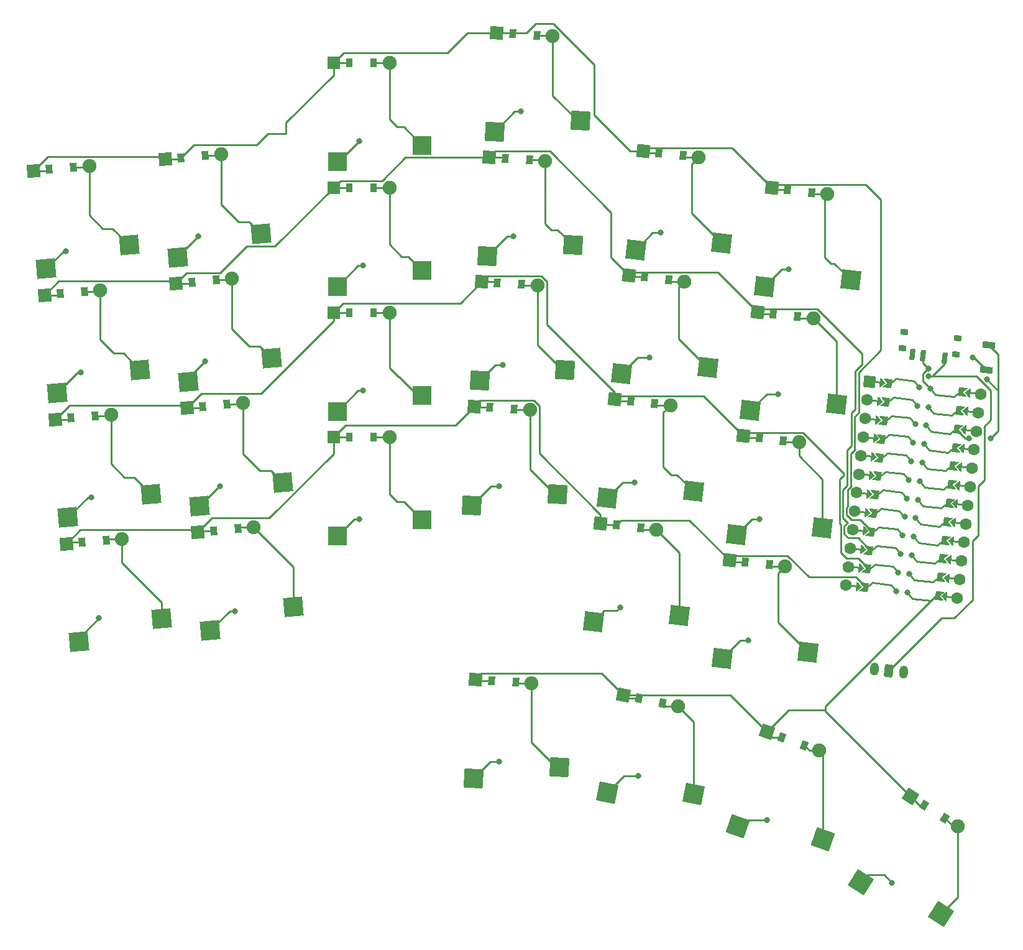
<source format=gbr>
%TF.GenerationSoftware,KiCad,Pcbnew,8.0.5-8.0.5-0~ubuntu22.04.1*%
%TF.CreationDate,2024-10-07T14:19:06+02:00*%
%TF.ProjectId,KeyboardV0,4b657962-6f61-4726-9456-302e6b696361,v1.0.0*%
%TF.SameCoordinates,Original*%
%TF.FileFunction,Copper,L1,Top*%
%TF.FilePolarity,Positive*%
%FSLAX46Y46*%
G04 Gerber Fmt 4.6, Leading zero omitted, Abs format (unit mm)*
G04 Created by KiCad (PCBNEW 8.0.5-8.0.5-0~ubuntu22.04.1) date 2024-10-07 14:19:06*
%MOMM*%
%LPD*%
G01*
G04 APERTURE LIST*
G04 Aperture macros list*
%AMRoundRect*
0 Rectangle with rounded corners*
0 $1 Rounding radius*
0 $2 $3 $4 $5 $6 $7 $8 $9 X,Y pos of 4 corners*
0 Add a 4 corners polygon primitive as box body*
4,1,4,$2,$3,$4,$5,$6,$7,$8,$9,$2,$3,0*
0 Add four circle primitives for the rounded corners*
1,1,$1+$1,$2,$3*
1,1,$1+$1,$4,$5*
1,1,$1+$1,$6,$7*
1,1,$1+$1,$8,$9*
0 Add four rect primitives between the rounded corners*
20,1,$1+$1,$2,$3,$4,$5,0*
20,1,$1+$1,$4,$5,$6,$7,0*
20,1,$1+$1,$6,$7,$8,$9,0*
20,1,$1+$1,$8,$9,$2,$3,0*%
%AMHorizOval*
0 Thick line with rounded ends*
0 $1 width*
0 $2 $3 position (X,Y) of the first rounded end (center of the circle)*
0 $4 $5 position (X,Y) of the second rounded end (center of the circle)*
0 Add line between two ends*
20,1,$1,$2,$3,$4,$5,0*
0 Add two circle primitives to create the rounded ends*
1,1,$1,$2,$3*
1,1,$1,$4,$5*%
%AMRotRect*
0 Rectangle, with rotation*
0 The origin of the aperture is its center*
0 $1 length*
0 $2 width*
0 $3 Rotation angle, in degrees counterclockwise*
0 Add horizontal line*
21,1,$1,$2,0,0,$3*%
%AMFreePoly0*
4,1,6,0.600000,0.200000,0.000000,-0.400000,-0.599999,0.200000,-0.600000,0.400000,0.600000,0.400000,0.600000,0.200000,0.600000,0.200000,$1*%
%AMFreePoly1*
4,1,6,0.600000,-0.250000,-0.600000,-0.250000,-0.600000,1.000000,0.000000,0.400000,0.600000,1.000000,0.600000,-0.250000,0.600000,-0.250000,$1*%
%AMFreePoly2*
4,1,5,0.125000,-0.500000,-0.125000,-0.500000,-0.125000,0.500000,0.125000,0.500000,0.125000,-0.500000,0.125000,-0.500000,$1*%
G04 Aperture macros list end*
%TA.AperFunction,SMDPad,CuDef*%
%ADD10RotRect,2.600000X2.600000X185.000000*%
%TD*%
%TA.AperFunction,SMDPad,CuDef*%
%ADD11R,2.600000X2.600000*%
%TD*%
%TA.AperFunction,SMDPad,CuDef*%
%ADD12RotRect,2.600000X2.600000X176.500000*%
%TD*%
%TA.AperFunction,SMDPad,CuDef*%
%ADD13RotRect,2.600000X2.600000X173.500000*%
%TD*%
%TA.AperFunction,SMDPad,CuDef*%
%ADD14RotRect,2.600000X2.600000X168.500000*%
%TD*%
%TA.AperFunction,SMDPad,CuDef*%
%ADD15RotRect,2.600000X2.600000X160.500000*%
%TD*%
%TA.AperFunction,SMDPad,CuDef*%
%ADD16RotRect,2.600000X2.600000X147.500000*%
%TD*%
%TA.AperFunction,SMDPad,CuDef*%
%ADD17RotRect,0.900000X1.200000X5.000000*%
%TD*%
%TA.AperFunction,ComponentPad*%
%ADD18RotRect,1.778000X1.778000X5.000000*%
%TD*%
%TA.AperFunction,ComponentPad*%
%ADD19C,1.905000*%
%TD*%
%TA.AperFunction,SMDPad,CuDef*%
%ADD20R,0.900000X1.200000*%
%TD*%
%TA.AperFunction,ComponentPad*%
%ADD21R,1.778000X1.778000*%
%TD*%
%TA.AperFunction,SMDPad,CuDef*%
%ADD22RotRect,0.900000X1.200000X356.500000*%
%TD*%
%TA.AperFunction,ComponentPad*%
%ADD23RotRect,1.778000X1.778000X356.500000*%
%TD*%
%TA.AperFunction,SMDPad,CuDef*%
%ADD24RotRect,0.900000X1.200000X353.500000*%
%TD*%
%TA.AperFunction,ComponentPad*%
%ADD25RotRect,1.778000X1.778000X353.500000*%
%TD*%
%TA.AperFunction,SMDPad,CuDef*%
%ADD26RotRect,0.900000X1.200000X348.500000*%
%TD*%
%TA.AperFunction,ComponentPad*%
%ADD27RotRect,1.778000X1.778000X348.500000*%
%TD*%
%TA.AperFunction,SMDPad,CuDef*%
%ADD28RotRect,0.900000X1.200000X340.500000*%
%TD*%
%TA.AperFunction,ComponentPad*%
%ADD29RotRect,1.778000X1.778000X340.500000*%
%TD*%
%TA.AperFunction,SMDPad,CuDef*%
%ADD30RotRect,0.900000X1.200000X327.500000*%
%TD*%
%TA.AperFunction,ComponentPad*%
%ADD31RotRect,1.778000X1.778000X327.500000*%
%TD*%
%TA.AperFunction,ComponentPad*%
%ADD32C,1.600000*%
%TD*%
%TA.AperFunction,SMDPad,CuDef*%
%ADD33FreePoly0,83.500000*%
%TD*%
%TA.AperFunction,SMDPad,CuDef*%
%ADD34FreePoly1,83.500000*%
%TD*%
%TA.AperFunction,SMDPad,CuDef*%
%ADD35FreePoly2,83.500000*%
%TD*%
%TA.AperFunction,ComponentPad*%
%ADD36RotRect,1.600000X1.600000X263.500000*%
%TD*%
%TA.AperFunction,SMDPad,CuDef*%
%ADD37FreePoly1,263.500000*%
%TD*%
%TA.AperFunction,SMDPad,CuDef*%
%ADD38FreePoly2,263.500000*%
%TD*%
%TA.AperFunction,SMDPad,CuDef*%
%ADD39FreePoly0,263.500000*%
%TD*%
%TA.AperFunction,SMDPad,CuDef*%
%ADD40RotRect,0.700000X1.500000X173.500000*%
%TD*%
%TA.AperFunction,SMDPad,CuDef*%
%ADD41RotRect,1.000000X0.800000X173.500000*%
%TD*%
%TA.AperFunction,SMDPad,CuDef*%
%ADD42RotRect,0.900000X1.700000X83.500000*%
%TD*%
%TA.AperFunction,ComponentPad*%
%ADD43RoundRect,0.250000X-0.418502X-0.581361X0.276998X-0.660604X0.418502X0.581361X-0.276998X0.660604X0*%
%TD*%
%TA.AperFunction,ComponentPad*%
%ADD44HorizOval,1.200000X-0.031131X-0.273232X0.031131X0.273232X0*%
%TD*%
%TA.AperFunction,ViaPad*%
%ADD45C,0.800000*%
%TD*%
%TA.AperFunction,Conductor*%
%ADD46C,0.250000*%
%TD*%
G04 APERTURE END LIST*
D10*
%TO.P,S1,1*%
%TO.N,P1*%
X147256039Y-156212794D03*
%TO.P,S1,2*%
%TO.N,outer_bottom*%
X158570345Y-153014516D03*
%TD*%
%TO.P,S2,1*%
%TO.N,P1*%
X145774391Y-139277484D03*
%TO.P,S2,2*%
%TO.N,outer_home*%
X157088697Y-136079206D03*
%TD*%
%TO.P,S3,1*%
%TO.N,P1*%
X144292744Y-122342174D03*
%TO.P,S3,2*%
%TO.N,outer_top*%
X155607050Y-119143896D03*
%TD*%
%TO.P,S4,1*%
%TO.N,P1*%
X142811096Y-105406864D03*
%TO.P,S4,2*%
%TO.N,outer_num*%
X154125402Y-102208586D03*
%TD*%
%TO.P,S5,1*%
%TO.N,P0*%
X165187544Y-154643991D03*
%TO.P,S5,2*%
%TO.N,pinky_bottom*%
X176501850Y-151445713D03*
%TD*%
%TO.P,S6,1*%
%TO.N,P0*%
X163705896Y-137708681D03*
%TO.P,S6,2*%
%TO.N,pinky_home*%
X175020202Y-134510403D03*
%TD*%
%TO.P,S7,1*%
%TO.N,P0*%
X162224248Y-120773371D03*
%TO.P,S7,2*%
%TO.N,pinky_top*%
X173538554Y-117575093D03*
%TD*%
%TO.P,S8,1*%
%TO.N,P0*%
X160742601Y-103838061D03*
%TO.P,S8,2*%
%TO.N,pinky_num*%
X172056907Y-100639783D03*
%TD*%
D11*
%TO.P,S9,1*%
%TO.N,P2*%
X182500853Y-141816199D03*
%TO.P,S9,2*%
%TO.N,ring_bottom*%
X194050853Y-139616199D03*
%TD*%
%TO.P,S10,1*%
%TO.N,P2*%
X182500853Y-124816199D03*
%TO.P,S10,2*%
%TO.N,ring_home*%
X194050853Y-122616199D03*
%TD*%
%TO.P,S11,1*%
%TO.N,P2*%
X182500853Y-107816199D03*
%TO.P,S11,2*%
%TO.N,ring_top*%
X194050853Y-105616199D03*
%TD*%
%TO.P,S12,1*%
%TO.N,P2*%
X182500853Y-90816199D03*
%TO.P,S12,2*%
%TO.N,ring_num*%
X194050853Y-88616199D03*
%TD*%
D12*
%TO.P,S13,1*%
%TO.N,P3*%
X200815257Y-137625684D03*
%TO.P,S13,2*%
%TO.N,middle_bottom*%
X212478020Y-136134898D03*
%TD*%
%TO.P,S14,1*%
%TO.N,P3*%
X201853083Y-120657392D03*
%TO.P,S14,2*%
%TO.N,middle_home*%
X213515846Y-119166606D03*
%TD*%
%TO.P,S15,1*%
%TO.N,P3*%
X202890908Y-103689101D03*
%TO.P,S15,2*%
%TO.N,middle_top*%
X214553671Y-102198315D03*
%TD*%
%TO.P,S16,1*%
%TO.N,P3*%
X203928733Y-86720809D03*
%TO.P,S16,2*%
%TO.N,middle_num*%
X215591496Y-85230023D03*
%TD*%
D13*
%TO.P,S17,1*%
%TO.N,P4*%
X217361960Y-153480372D03*
%TO.P,S17,2*%
%TO.N,index_bottom*%
X229086762Y-152602011D03*
%TD*%
%TO.P,S18,1*%
%TO.N,P4*%
X219286415Y-136589650D03*
%TO.P,S18,2*%
%TO.N,index_home*%
X231011217Y-135711289D03*
%TD*%
%TO.P,S19,1*%
%TO.N,P4*%
X221210869Y-119698929D03*
%TO.P,S19,2*%
%TO.N,index_top*%
X232935671Y-118820568D03*
%TD*%
%TO.P,S20,1*%
%TO.N,P4*%
X223135324Y-102808207D03*
%TO.P,S20,2*%
%TO.N,index_num*%
X234860126Y-101929846D03*
%TD*%
%TO.P,S21,1*%
%TO.N,P5*%
X234906644Y-158498745D03*
%TO.P,S21,2*%
%TO.N,inner_bottom*%
X246631446Y-157620384D03*
%TD*%
%TO.P,S22,1*%
%TO.N,P5*%
X236831098Y-141608023D03*
%TO.P,S22,2*%
%TO.N,inner_home*%
X248555900Y-140729662D03*
%TD*%
%TO.P,S23,1*%
%TO.N,P5*%
X238755553Y-124717302D03*
%TO.P,S23,2*%
%TO.N,inner_top*%
X250480355Y-123838941D03*
%TD*%
%TO.P,S24,1*%
%TO.N,P5*%
X240680007Y-107826580D03*
%TO.P,S24,2*%
%TO.N,inner_num*%
X252404809Y-106948219D03*
%TD*%
D12*
%TO.P,S25,1*%
%TO.N,P2*%
X201045694Y-174809106D03*
%TO.P,S25,2*%
%TO.N,tuck_cluster*%
X212708457Y-173318320D03*
%TD*%
D14*
%TO.P,S26,1*%
%TO.N,P3*%
X219283417Y-176781722D03*
%TO.P,S26,2*%
%TO.N,inner_cluster*%
X231040157Y-176928587D03*
%TD*%
D15*
%TO.P,S27,1*%
%TO.N,P4*%
X236986969Y-181342488D03*
%TO.P,S27,2*%
%TO.N,center_cluster*%
X248608854Y-183124146D03*
%TD*%
D16*
%TO.P,S28,1*%
%TO.N,P5*%
X253827098Y-188908578D03*
%TO.P,S28,2*%
%TO.N,outer_cluster*%
X264750329Y-193258927D03*
%TD*%
D17*
%TO.P,D1,1*%
%TO.N,P9*%
X147702611Y-142672347D03*
%TO.P,D1,2*%
%TO.N,outer_bottom*%
X150990053Y-142384733D03*
D18*
%TO.P,D1,1*%
%TO.N,P9*%
X145550830Y-142860603D03*
D19*
%TO.P,D1,2*%
%TO.N,outer_bottom*%
X153141834Y-142196477D03*
%TD*%
D17*
%TO.P,D2,1*%
%TO.N,P8*%
X146220963Y-125737037D03*
%TO.P,D2,2*%
%TO.N,outer_home*%
X149508405Y-125449423D03*
D18*
%TO.P,D2,1*%
%TO.N,P8*%
X144069182Y-125925293D03*
D19*
%TO.P,D2,2*%
%TO.N,outer_home*%
X151660186Y-125261167D03*
%TD*%
D17*
%TO.P,D3,1*%
%TO.N,P7*%
X144739316Y-108801727D03*
%TO.P,D3,2*%
%TO.N,outer_top*%
X148026758Y-108514113D03*
D18*
%TO.P,D3,1*%
%TO.N,P7*%
X142587535Y-108989983D03*
D19*
%TO.P,D3,2*%
%TO.N,outer_top*%
X150178539Y-108325857D03*
%TD*%
D17*
%TO.P,D4,1*%
%TO.N,P6*%
X143257668Y-91866417D03*
%TO.P,D4,2*%
%TO.N,outer_num*%
X146545110Y-91578803D03*
D18*
%TO.P,D4,1*%
%TO.N,P6*%
X141105887Y-92054673D03*
D19*
%TO.P,D4,2*%
%TO.N,outer_num*%
X148696891Y-91390547D03*
%TD*%
D17*
%TO.P,D5,1*%
%TO.N,P9*%
X165634116Y-141103543D03*
%TO.P,D5,2*%
%TO.N,pinky_bottom*%
X168921558Y-140815929D03*
D18*
%TO.P,D5,1*%
%TO.N,P9*%
X163482335Y-141291799D03*
D19*
%TO.P,D5,2*%
%TO.N,pinky_bottom*%
X171073339Y-140627673D03*
%TD*%
D17*
%TO.P,D6,1*%
%TO.N,P8*%
X164152468Y-124168234D03*
%TO.P,D6,2*%
%TO.N,pinky_home*%
X167439910Y-123880620D03*
D18*
%TO.P,D6,1*%
%TO.N,P8*%
X162000687Y-124356490D03*
D19*
%TO.P,D6,2*%
%TO.N,pinky_home*%
X169591691Y-123692364D03*
%TD*%
D17*
%TO.P,D7,1*%
%TO.N,P7*%
X162670820Y-107232924D03*
%TO.P,D7,2*%
%TO.N,pinky_top*%
X165958262Y-106945310D03*
D18*
%TO.P,D7,1*%
%TO.N,P7*%
X160519039Y-107421180D03*
D19*
%TO.P,D7,2*%
%TO.N,pinky_top*%
X168110043Y-106757054D03*
%TD*%
D17*
%TO.P,D8,1*%
%TO.N,P6*%
X161189173Y-90297614D03*
%TO.P,D8,2*%
%TO.N,pinky_num*%
X164476615Y-90010000D03*
D18*
%TO.P,D8,1*%
%TO.N,P6*%
X159037392Y-90485870D03*
D19*
%TO.P,D8,2*%
%TO.N,pinky_num*%
X166628396Y-89821744D03*
%TD*%
D20*
%TO.P,D9,1*%
%TO.N,P9*%
X184125853Y-128366199D03*
%TO.P,D9,2*%
%TO.N,ring_bottom*%
X187425853Y-128366199D03*
D21*
%TO.P,D9,1*%
%TO.N,P9*%
X181965853Y-128366199D03*
D19*
%TO.P,D9,2*%
%TO.N,ring_bottom*%
X189585853Y-128366199D03*
%TD*%
D20*
%TO.P,D10,1*%
%TO.N,P8*%
X184125853Y-111366199D03*
%TO.P,D10,2*%
%TO.N,ring_home*%
X187425853Y-111366199D03*
D21*
%TO.P,D10,1*%
%TO.N,P8*%
X181965853Y-111366199D03*
D19*
%TO.P,D10,2*%
%TO.N,ring_home*%
X189585853Y-111366199D03*
%TD*%
D20*
%TO.P,D11,1*%
%TO.N,P7*%
X184125853Y-94366199D03*
%TO.P,D11,2*%
%TO.N,ring_top*%
X187425853Y-94366199D03*
D21*
%TO.P,D11,1*%
%TO.N,P7*%
X181965853Y-94366199D03*
D19*
%TO.P,D11,2*%
%TO.N,ring_top*%
X189585853Y-94366199D03*
%TD*%
D20*
%TO.P,D12,1*%
%TO.N,P6*%
X184125853Y-77366199D03*
%TO.P,D12,2*%
%TO.N,ring_num*%
X187425853Y-77366199D03*
D21*
%TO.P,D12,1*%
%TO.N,P6*%
X181965853Y-77366199D03*
D19*
%TO.P,D12,2*%
%TO.N,ring_num*%
X189585853Y-77366199D03*
%TD*%
D22*
%TO.P,D13,1*%
%TO.N,P9*%
X203258329Y-124299975D03*
%TO.P,D13,2*%
%TO.N,middle_bottom*%
X206552173Y-124501435D03*
D23*
%TO.P,D13,1*%
%TO.N,P9*%
X201102357Y-124168110D03*
D19*
%TO.P,D13,2*%
%TO.N,middle_bottom*%
X208708145Y-124633300D03*
%TD*%
D22*
%TO.P,D14,1*%
%TO.N,P8*%
X204296155Y-107331683D03*
%TO.P,D14,2*%
%TO.N,middle_home*%
X207589999Y-107533143D03*
D23*
%TO.P,D14,1*%
%TO.N,P8*%
X202140183Y-107199818D03*
D19*
%TO.P,D14,2*%
%TO.N,middle_home*%
X209745971Y-107665008D03*
%TD*%
D22*
%TO.P,D15,1*%
%TO.N,P7*%
X205333980Y-90363391D03*
%TO.P,D15,2*%
%TO.N,middle_top*%
X208627824Y-90564851D03*
D23*
%TO.P,D15,1*%
%TO.N,P7*%
X203178008Y-90231526D03*
D19*
%TO.P,D15,2*%
%TO.N,middle_top*%
X210783796Y-90696716D03*
%TD*%
D22*
%TO.P,D16,1*%
%TO.N,P6*%
X206371805Y-73395100D03*
%TO.P,D16,2*%
%TO.N,middle_num*%
X209665649Y-73596560D03*
D23*
%TO.P,D16,1*%
%TO.N,P6*%
X204215833Y-73263235D03*
D19*
%TO.P,D16,2*%
%TO.N,middle_num*%
X211821621Y-73728425D03*
%TD*%
D24*
%TO.P,D17,1*%
%TO.N,P9*%
X220499097Y-140300786D03*
%TO.P,D17,2*%
%TO.N,index_bottom*%
X223777885Y-140674356D03*
D25*
%TO.P,D17,1*%
%TO.N,P9*%
X218352982Y-140056267D03*
D19*
%TO.P,D17,2*%
%TO.N,index_bottom*%
X225924000Y-140918875D03*
%TD*%
D24*
%TO.P,D18,1*%
%TO.N,P8*%
X222423552Y-123410064D03*
%TO.P,D18,2*%
%TO.N,index_home*%
X225702340Y-123783634D03*
D25*
%TO.P,D18,1*%
%TO.N,P8*%
X220277437Y-123165545D03*
D19*
%TO.P,D18,2*%
%TO.N,index_home*%
X227848455Y-124028153D03*
%TD*%
D24*
%TO.P,D19,1*%
%TO.N,P7*%
X224348006Y-106519343D03*
%TO.P,D19,2*%
%TO.N,index_top*%
X227626794Y-106892913D03*
D25*
%TO.P,D19,1*%
%TO.N,P7*%
X222201891Y-106274824D03*
D19*
%TO.P,D19,2*%
%TO.N,index_top*%
X229772909Y-107137432D03*
%TD*%
D24*
%TO.P,D20,1*%
%TO.N,P6*%
X226272461Y-89628621D03*
%TO.P,D20,2*%
%TO.N,index_num*%
X229551249Y-90002191D03*
D25*
%TO.P,D20,1*%
%TO.N,P6*%
X224126346Y-89384102D03*
D19*
%TO.P,D20,2*%
%TO.N,index_num*%
X231697364Y-90246710D03*
%TD*%
D24*
%TO.P,D21,1*%
%TO.N,P9*%
X238043781Y-145319159D03*
%TO.P,D21,2*%
%TO.N,inner_bottom*%
X241322569Y-145692729D03*
D25*
%TO.P,D21,1*%
%TO.N,P9*%
X235897666Y-145074640D03*
D19*
%TO.P,D21,2*%
%TO.N,inner_bottom*%
X243468684Y-145937248D03*
%TD*%
D24*
%TO.P,D22,1*%
%TO.N,P8*%
X239968235Y-128428438D03*
%TO.P,D22,2*%
%TO.N,inner_home*%
X243247023Y-128802008D03*
D25*
%TO.P,D22,1*%
%TO.N,P8*%
X237822120Y-128183919D03*
D19*
%TO.P,D22,2*%
%TO.N,inner_home*%
X245393138Y-129046527D03*
%TD*%
D24*
%TO.P,D23,1*%
%TO.N,P7*%
X241892690Y-111537716D03*
%TO.P,D23,2*%
%TO.N,inner_top*%
X245171478Y-111911286D03*
D25*
%TO.P,D23,1*%
%TO.N,P7*%
X239746575Y-111293197D03*
D19*
%TO.P,D23,2*%
%TO.N,inner_top*%
X247317593Y-112155805D03*
%TD*%
D24*
%TO.P,D24,1*%
%TO.N,P6*%
X243817145Y-94646995D03*
%TO.P,D24,2*%
%TO.N,inner_num*%
X247095933Y-95020565D03*
D25*
%TO.P,D24,1*%
%TO.N,P6*%
X241671030Y-94402476D03*
D19*
%TO.P,D24,2*%
%TO.N,inner_num*%
X249242048Y-95265084D03*
%TD*%
D22*
%TO.P,D25,1*%
%TO.N,P10*%
X203488766Y-161483397D03*
%TO.P,D25,2*%
%TO.N,tuck_cluster*%
X206782610Y-161684857D03*
D23*
%TO.P,D25,1*%
%TO.N,P10*%
X201332794Y-161351532D03*
D19*
%TO.P,D25,2*%
%TO.N,tuck_cluster*%
X208938582Y-161816722D03*
%TD*%
D26*
%TO.P,D26,1*%
%TO.N,P10*%
X223557294Y-163925708D03*
%TO.P,D26,2*%
%TO.N,inner_cluster*%
X226791046Y-164583622D03*
D27*
%TO.P,D26,1*%
%TO.N,P10*%
X221440657Y-163495073D03*
D19*
%TO.P,D26,2*%
%TO.N,inner_cluster*%
X228907683Y-165014257D03*
%TD*%
D28*
%TO.P,D27,1*%
%TO.N,P10*%
X243008464Y-169206396D03*
%TO.P,D27,2*%
%TO.N,center_cluster*%
X246119180Y-170307958D03*
D29*
%TO.P,D27,1*%
%TO.N,P10*%
X240972358Y-168485373D03*
D19*
%TO.P,D27,2*%
%TO.N,center_cluster*%
X248155286Y-171028981D03*
%TD*%
D30*
%TO.P,D28,1*%
%TO.N,P10*%
X262424289Y-178438075D03*
%TO.P,D28,2*%
%TO.N,outer_cluster*%
X265207481Y-180211163D03*
D31*
%TO.P,D28,1*%
%TO.N,P10*%
X260602564Y-177277507D03*
D19*
%TO.P,D28,2*%
%TO.N,outer_cluster*%
X267029206Y-181371731D03*
%TD*%
D32*
%TO.P,MCU1,*%
%TO.N,*%
X254963103Y-120756589D03*
X254675567Y-123280261D03*
X254388031Y-125803934D03*
X254100495Y-128327606D03*
X253812959Y-130851279D03*
X253525423Y-133374951D03*
X253237886Y-135898624D03*
X252950350Y-138422296D03*
X252662814Y-140945969D03*
X252375278Y-143469641D03*
X252087742Y-145993314D03*
X251800206Y-148516986D03*
X266942241Y-150242203D03*
X267229777Y-147718531D03*
X267517313Y-145194858D03*
X267804849Y-142671186D03*
X268092385Y-140147513D03*
X268379921Y-137623841D03*
X268667458Y-135100168D03*
X268954994Y-132576496D03*
X269242530Y-130052823D03*
X269530066Y-127529151D03*
X269817602Y-125005478D03*
X270105138Y-122481806D03*
D33*
X256729674Y-120957864D03*
D34*
%TO.P,MCU1,24*%
%TO.N,P1*%
X257739143Y-121072878D03*
D35*
%TO.P,MCU1,*%
%TO.N,*%
X256224940Y-120900357D03*
D36*
X254963103Y-120756589D03*
D35*
X255937403Y-123424029D03*
D33*
X256442138Y-123481537D03*
D34*
%TO.P,MCU1,23*%
%TO.N,P0*%
X257451607Y-123596551D03*
D35*
%TO.P,MCU1,*%
%TO.N,*%
X255649867Y-125947702D03*
D33*
X256154602Y-126005209D03*
D34*
%TO.P,MCU1,22*%
%TO.N,GND*%
X257164071Y-126120223D03*
D35*
%TO.P,MCU1,*%
%TO.N,*%
X255362331Y-128471374D03*
D33*
X255867066Y-128528882D03*
D34*
%TO.P,MCU1,21*%
%TO.N,GND*%
X256876535Y-128643896D03*
D35*
%TO.P,MCU1,*%
%TO.N,*%
X255074795Y-130995047D03*
D33*
X255579529Y-131052554D03*
D34*
%TO.P,MCU1,20*%
%TO.N,P2*%
X256588998Y-131167569D03*
D35*
%TO.P,MCU1,*%
%TO.N,*%
X254787259Y-133518719D03*
D33*
X255291993Y-133576227D03*
D34*
%TO.P,MCU1,19*%
%TO.N,P3*%
X256301462Y-133691241D03*
D35*
%TO.P,MCU1,*%
%TO.N,*%
X254499723Y-136042392D03*
D33*
X255004457Y-136099899D03*
D34*
%TO.P,MCU1,18*%
%TO.N,P4*%
X256013926Y-136214914D03*
D35*
%TO.P,MCU1,*%
%TO.N,*%
X254212186Y-138566064D03*
D33*
X254716921Y-138623572D03*
D34*
%TO.P,MCU1,17*%
%TO.N,P5*%
X255726390Y-138738586D03*
D35*
%TO.P,MCU1,*%
%TO.N,*%
X253924650Y-141089737D03*
D33*
X254429385Y-141147244D03*
D34*
%TO.P,MCU1,16*%
%TO.N,P6*%
X255438854Y-141262259D03*
D35*
%TO.P,MCU1,*%
%TO.N,*%
X253637114Y-143613409D03*
D33*
X254141849Y-143670917D03*
D34*
%TO.P,MCU1,15*%
%TO.N,P7*%
X255151318Y-143785931D03*
D35*
%TO.P,MCU1,*%
%TO.N,*%
X253349578Y-146137082D03*
D33*
X253854312Y-146194589D03*
D34*
%TO.P,MCU1,14*%
%TO.N,P8*%
X254863781Y-146309604D03*
D35*
%TO.P,MCU1,*%
%TO.N,*%
X253062042Y-148660754D03*
D33*
X253566776Y-148718262D03*
D34*
%TO.P,MCU1,13*%
%TO.N,P9*%
X254576245Y-148833276D03*
D37*
%TO.P,MCU1,1*%
%TO.N,RAW*%
X267329099Y-122165516D03*
%TO.P,MCU1,3*%
%TO.N,RST*%
X266754026Y-127212861D03*
D38*
%TO.P,MCU1,*%
%TO.N,*%
X268268230Y-127385383D03*
D39*
X267763495Y-127327875D03*
X268338568Y-122280530D03*
D38*
X268555766Y-124861710D03*
D37*
%TO.P,MCU1,2*%
%TO.N,GND*%
X267041563Y-124689188D03*
D38*
%TO.P,MCU1,*%
%TO.N,*%
X268843302Y-122338038D03*
D37*
%TO.P,MCU1,4*%
%TO.N,VCC*%
X266466490Y-129736533D03*
D39*
%TO.P,MCU1,*%
%TO.N,*%
X268051032Y-124804203D03*
X267475959Y-129851548D03*
D37*
%TO.P,MCU1,6*%
%TO.N,P20*%
X265891418Y-134783878D03*
%TO.P,MCU1,7*%
%TO.N,P19*%
X265603882Y-137307551D03*
D38*
%TO.P,MCU1,*%
%TO.N,*%
X265680404Y-150098435D03*
D39*
X266613351Y-137422565D03*
D38*
X266255477Y-145051090D03*
D37*
%TO.P,MCU1,8*%
%TO.N,P18*%
X265316346Y-139831223D03*
D38*
%TO.P,MCU1,*%
%TO.N,*%
X267118085Y-137480073D03*
D37*
%TO.P,MCU1,12*%
%TO.N,P10*%
X264166201Y-149925914D03*
D39*
%TO.P,MCU1,*%
%TO.N,*%
X266325815Y-139946238D03*
D38*
X266543013Y-142527418D03*
D39*
X265175670Y-150040928D03*
D38*
X267693158Y-132432728D03*
X266830549Y-140003745D03*
X267405621Y-134956400D03*
D37*
%TO.P,MCU1,9*%
%TO.N,P15*%
X265028809Y-142354896D03*
D38*
%TO.P,MCU1,*%
%TO.N,*%
X267980694Y-129909055D03*
D39*
X267188423Y-132375220D03*
X266900887Y-134898893D03*
X266038278Y-142469910D03*
D37*
%TO.P,MCU1,10*%
%TO.N,P14*%
X264741273Y-144878569D03*
D39*
%TO.P,MCU1,*%
%TO.N,*%
X265750742Y-144993583D03*
X265463206Y-147517255D03*
D37*
%TO.P,MCU1,11*%
%TO.N,P16*%
X264453737Y-147402241D03*
D38*
%TO.P,MCU1,*%
%TO.N,*%
X265967941Y-147574763D03*
D37*
%TO.P,MCU1,5*%
%TO.N,P21*%
X266178954Y-132260206D03*
%TD*%
D40*
%TO.P,,1*%
%TO.N,pos*%
X265263223Y-117541931D03*
%TO.P,,2*%
%TO.N,RAW*%
X262282508Y-117202321D03*
%TO.P,,3*%
%TO.N,N/C*%
X260792150Y-117032517D03*
D41*
%TO.P,,*%
%TO.N,*%
X266977985Y-114858800D03*
X259724910Y-114032417D03*
X259474731Y-116228210D03*
X266727806Y-117054594D03*
%TD*%
D42*
%TO.P,,1*%
%TO.N,RST*%
X271250213Y-115788406D03*
%TO.P,,2*%
%TO.N,GND*%
X270865323Y-119166550D03*
%TD*%
D43*
%TO.P,_3,1*%
%TO.N,pos*%
X257642786Y-160133055D03*
D44*
%TO.P,_3,2*%
%TO.N,GND*%
X259629930Y-160359461D03*
%TO.P,_3,3*%
X255655642Y-159906649D03*
%TD*%
D45*
%TO.N,RST*%
X271012653Y-120487347D03*
%TO.N,GND*%
X269000000Y-117500000D03*
%TO.N,RST*%
X268500000Y-128500000D03*
X271500000Y-128500000D03*
%TO.N,RAW*%
X263000000Y-119000000D03*
%TO.N,P5*%
X244000000Y-105500000D03*
X242500000Y-122500000D03*
X240000000Y-139500000D03*
X238500000Y-156000000D03*
%TO.N,P4*%
X226500000Y-100500000D03*
X225000000Y-117500000D03*
X223000000Y-134500000D03*
X221000000Y-151500000D03*
%TO.N,P5*%
X258000000Y-189000000D03*
%TO.N,P4*%
X241001837Y-180496159D03*
%TO.N,P3*%
X223500000Y-174500000D03*
%TO.N,P2*%
X204500000Y-172500000D03*
%TO.N,P3*%
X204500000Y-135000000D03*
X205000000Y-118500000D03*
X206500000Y-101000000D03*
X207500000Y-84000000D03*
%TO.N,P2*%
X185500000Y-88000000D03*
X186000000Y-105000000D03*
X186000000Y-122000000D03*
X185500000Y-139500000D03*
%TO.N,P0*%
X163500000Y-101000000D03*
X164500000Y-118000000D03*
X166500000Y-135000000D03*
X168500000Y-152000000D03*
%TO.N,P1*%
X150000000Y-153000000D03*
X149000000Y-136500000D03*
X147500000Y-119500000D03*
X145500000Y-103000000D03*
%TO.N,GND*%
X263003686Y-124229131D03*
%TO.N,P0*%
X261489483Y-124056609D03*
%TO.N,P1*%
X261777019Y-121532936D03*
%TO.N,RAW*%
X263291222Y-121705458D03*
%TO.N,GND*%
X261201946Y-126580281D03*
%TO.N,RST*%
X262716150Y-126752803D03*
%TO.N,GND*%
X260914410Y-129103954D03*
%TO.N,VCC*%
X262428614Y-129276476D03*
%TO.N,P2*%
X260626874Y-131627626D03*
%TO.N,P21*%
X262141078Y-131800148D03*
%TO.N,P3*%
X260339338Y-134151299D03*
%TO.N,P20*%
X261853541Y-134323821D03*
%TO.N,P4*%
X260051802Y-136674971D03*
%TO.N,P19*%
X261566005Y-136847493D03*
%TO.N,P5*%
X259764266Y-139198644D03*
%TO.N,P18*%
X261278469Y-139371166D03*
%TO.N,P6*%
X259476729Y-141722316D03*
%TO.N,P15*%
X260990933Y-141894838D03*
%TO.N,P7*%
X259189193Y-144245989D03*
%TO.N,P14*%
X260703397Y-144418511D03*
%TO.N,P8*%
X258901657Y-146769661D03*
%TO.N,P16*%
X260415861Y-146942183D03*
%TO.N,P9*%
X258614121Y-149293334D03*
%TO.N,P10*%
X260128324Y-149465856D03*
%TO.N,pos*%
X263000000Y-120000000D03*
%TD*%
D46*
%TO.N,RST*%
X272500000Y-117038193D02*
X272500000Y-122000000D01*
X272500000Y-122000000D02*
X272500000Y-127500000D01*
X271012653Y-120487347D02*
X271012653Y-120512653D01*
X271012653Y-120512653D02*
X272500000Y-122000000D01*
X271250213Y-115788406D02*
X272500000Y-117038193D01*
X272500000Y-127500000D02*
X271500000Y-128500000D01*
%TO.N,GND*%
X269198773Y-117500000D02*
X269000000Y-117500000D01*
X270865323Y-119166550D02*
X269198773Y-117500000D01*
%TO.N,P10*%
X249000000Y-165500000D02*
X249000000Y-165674943D01*
X249000000Y-165674943D02*
X260602564Y-177277507D01*
X243957731Y-165500000D02*
X249000000Y-165500000D01*
X240972358Y-168485373D02*
X243957731Y-165500000D01*
X249000000Y-165500000D02*
X249000000Y-165000000D01*
X249000000Y-165000000D02*
X264074086Y-149925914D01*
X264074086Y-149925914D02*
X264166201Y-149925914D01*
X221440657Y-163495073D02*
X235982058Y-163495073D01*
X235982058Y-163495073D02*
X240972358Y-168485373D01*
X201332794Y-161351532D02*
X202145104Y-160539222D01*
X202145104Y-160539222D02*
X218484806Y-160539222D01*
X218484806Y-160539222D02*
X221440657Y-163495073D01*
%TO.N,RST*%
X268500000Y-128500000D02*
X268041165Y-128500000D01*
X268041165Y-128500000D02*
X266754026Y-127212861D01*
%TO.N,pos*%
X269000000Y-150500000D02*
X266500000Y-153000000D01*
X270655066Y-134137392D02*
X269792458Y-135000000D01*
X270655066Y-127063160D02*
X270655066Y-134137392D01*
X266500000Y-153000000D02*
X264775841Y-153000000D01*
X269000000Y-142500000D02*
X269000000Y-150500000D01*
X269500000Y-120000000D02*
X271500000Y-122000000D01*
X269792458Y-141707542D02*
X269000000Y-142500000D01*
X263000000Y-120000000D02*
X269500000Y-120000000D01*
X270545953Y-126954047D02*
X270655066Y-127063160D01*
X271500000Y-122000000D02*
X271500000Y-126000000D01*
X271500000Y-126000000D02*
X270545953Y-126954047D01*
X264775841Y-153000000D02*
X257642786Y-160133055D01*
X269792458Y-135000000D02*
X269792458Y-141707542D01*
%TO.N,RAW*%
X263000000Y-119000000D02*
X262974695Y-119000000D01*
X262974695Y-119000000D02*
X262275000Y-119699695D01*
X262275000Y-119699695D02*
X262275000Y-120689236D01*
X262275000Y-120689236D02*
X263291222Y-121705458D01*
%TO.N,pos*%
X265263223Y-118296783D02*
X265263223Y-117541931D01*
%TO.N,RAW*%
X262282508Y-118282508D02*
X263000000Y-119000000D01*
X262282508Y-117202321D02*
X262282508Y-118282508D01*
%TO.N,P9*%
X254576245Y-148833276D02*
X253134955Y-147391986D01*
X253134955Y-147391986D02*
X246730080Y-147391986D01*
X246730080Y-147391986D02*
X243838094Y-144500000D01*
X243838094Y-144500000D02*
X236472306Y-144500000D01*
X236472306Y-144500000D02*
X235897666Y-145074640D01*
%TO.N,P8*%
X250925350Y-140113326D02*
X250925350Y-134056452D01*
X250925350Y-134056452D02*
X251481802Y-133500000D01*
X251087814Y-140275790D02*
X250925350Y-140113326D01*
X254863781Y-146309604D02*
X253422491Y-144868314D01*
X253422491Y-144868314D02*
X251868314Y-144868314D01*
X251481802Y-133500000D02*
X251481802Y-133328533D01*
X251868314Y-144868314D02*
X251087814Y-144087814D01*
X245922296Y-127769027D02*
X238237012Y-127769027D01*
X251087814Y-144087814D02*
X251087814Y-140275790D01*
X238237012Y-127769027D02*
X237822120Y-128183919D01*
X251481802Y-133328533D02*
X245922296Y-127769027D01*
%TO.N,P7*%
X253436356Y-142070969D02*
X252070969Y-142070969D01*
X251537814Y-141537814D02*
X251537814Y-140462186D01*
X251931802Y-130093693D02*
X252525495Y-129500000D01*
X252525495Y-125024505D02*
X253050000Y-124500000D01*
X240161467Y-110878305D02*
X239746575Y-111293197D01*
X251931802Y-134931802D02*
X251931802Y-130093693D01*
X253050000Y-124500000D02*
X253050000Y-119313604D01*
X251537814Y-140462186D02*
X252000000Y-140000000D01*
X253931802Y-118431802D02*
X253931802Y-116963356D01*
X251375350Y-135488254D02*
X251931802Y-134931802D01*
X252070969Y-142070969D02*
X251537814Y-141537814D01*
X252000000Y-140000000D02*
X251375350Y-139375350D01*
X255151318Y-143785931D02*
X253436356Y-142070969D01*
X252525495Y-129500000D02*
X252525495Y-125024505D01*
X251375350Y-139375350D02*
X251375350Y-135488254D01*
X253050000Y-119313604D02*
X253931802Y-118431802D01*
X253931802Y-116963356D02*
X247846751Y-110878305D01*
X247846751Y-110878305D02*
X240161467Y-110878305D01*
%TO.N,P6*%
X255438854Y-141262259D02*
X253723891Y-139547296D01*
X252975495Y-129975495D02*
X252975495Y-125524505D01*
X253723891Y-139547296D02*
X252484359Y-139547296D01*
X252975495Y-125524505D02*
X253500000Y-125000000D01*
X252484359Y-139547296D02*
X251825350Y-138888287D01*
X242085922Y-93987584D02*
X241671030Y-94402476D01*
X251825350Y-138888287D02*
X251825350Y-137956305D01*
X251825350Y-137956305D02*
X252000000Y-137781655D01*
X252000000Y-137781655D02*
X252000000Y-135500000D01*
X252000000Y-135500000D02*
X252500000Y-135000000D01*
X252500000Y-135000000D02*
X252400423Y-134900423D01*
X252400423Y-134900423D02*
X252400423Y-130599577D01*
X252400423Y-130599577D02*
X253000000Y-130000000D01*
X253000000Y-130000000D02*
X252975495Y-129975495D01*
X253500000Y-125000000D02*
X253500000Y-119500000D01*
X253500000Y-119500000D02*
X256500000Y-116500000D01*
X256500000Y-116500000D02*
X256500000Y-96000000D01*
X256500000Y-96000000D02*
X254487584Y-93987584D01*
X254487584Y-93987584D02*
X242085922Y-93987584D01*
X159037392Y-90485870D02*
X158664569Y-90113047D01*
X158664569Y-90113047D02*
X143047513Y-90113047D01*
X143047513Y-90113047D02*
X141105887Y-92054673D01*
X173000000Y-87000000D02*
X171500000Y-88500000D01*
X181965853Y-77366199D02*
X181965853Y-79034147D01*
X161000917Y-90485870D02*
X159037392Y-90485870D01*
X175500000Y-87000000D02*
X173000000Y-87000000D01*
X181965853Y-79034147D02*
X175500000Y-85500000D01*
X162986787Y-88500000D02*
X161000917Y-90485870D01*
X175500000Y-85500000D02*
X175500000Y-87000000D01*
X171500000Y-88500000D02*
X162986787Y-88500000D01*
X200236765Y-73263235D02*
X197500000Y-76000000D01*
X183332052Y-76000000D02*
X181965853Y-77366199D01*
X204215833Y-73263235D02*
X200236765Y-73263235D01*
X197500000Y-76000000D02*
X183332052Y-76000000D01*
X211899854Y-72000000D02*
X209500000Y-72000000D01*
X217500000Y-77600146D02*
X211899854Y-72000000D01*
X209500000Y-72000000D02*
X208236765Y-73263235D01*
X217500000Y-84500000D02*
X217500000Y-77600146D01*
X224126346Y-89384102D02*
X222384102Y-89384102D01*
X222384102Y-89384102D02*
X217500000Y-84500000D01*
X208236765Y-73263235D02*
X204215833Y-73263235D01*
X241671030Y-94402476D02*
X236237764Y-88969210D01*
X236237764Y-88969210D02*
X224541238Y-88969210D01*
X224541238Y-88969210D02*
X224126346Y-89384102D01*
%TO.N,P7*%
X160519039Y-107421180D02*
X160146216Y-107048357D01*
X160146216Y-107048357D02*
X144529161Y-107048357D01*
X144529161Y-107048357D02*
X142587535Y-108989983D01*
X181965853Y-94366199D02*
X173958913Y-102373139D01*
X173958913Y-102373139D02*
X170126861Y-102373139D01*
X170126861Y-102373139D02*
X166516627Y-105983373D01*
X166516627Y-105983373D02*
X161956846Y-105983373D01*
X161956846Y-105983373D02*
X160519039Y-107421180D01*
X203178008Y-90231526D02*
X203168335Y-90241199D01*
X203168335Y-90241199D02*
X191758801Y-90241199D01*
X191758801Y-90241199D02*
X188558801Y-93441199D01*
X188558801Y-93441199D02*
X182890853Y-93441199D01*
X182890853Y-93441199D02*
X181965853Y-94366199D01*
X222201891Y-106274824D02*
X219795460Y-103868393D01*
X219795460Y-103868393D02*
X219795460Y-97795460D01*
X219795460Y-97795460D02*
X211419216Y-89419216D01*
X211419216Y-89419216D02*
X203990318Y-89419216D01*
X203990318Y-89419216D02*
X203178008Y-90231526D01*
X239746575Y-111293197D02*
X234313310Y-105859932D01*
X234313310Y-105859932D02*
X222616783Y-105859932D01*
X222616783Y-105859932D02*
X222201891Y-106274824D01*
%TO.N,P8*%
X162000687Y-124356490D02*
X161627864Y-123983667D01*
X161627864Y-123983667D02*
X146010808Y-123983667D01*
X146010808Y-123983667D02*
X144069182Y-125925293D01*
X181965853Y-111366199D02*
X181965853Y-112505199D01*
X181965853Y-112505199D02*
X172056188Y-122414864D01*
X172056188Y-122414864D02*
X163942313Y-122414864D01*
X163942313Y-122414864D02*
X162000687Y-124356490D01*
X202140183Y-107199818D02*
X199251302Y-110088699D01*
X199251302Y-110088699D02*
X183243353Y-110088699D01*
X183243353Y-110088699D02*
X181965853Y-111366199D01*
X220277437Y-123165545D02*
X220277437Y-122270793D01*
X220277437Y-122270793D02*
X211023471Y-113016827D01*
X202952493Y-106387508D02*
X202140183Y-107199818D01*
X211023471Y-113016827D02*
X211023471Y-107135850D01*
X211023471Y-107135850D02*
X210275129Y-106387508D01*
X210275129Y-106387508D02*
X202952493Y-106387508D01*
X237822120Y-128183919D02*
X232388854Y-122750653D01*
X232388854Y-122750653D02*
X220692329Y-122750653D01*
X220692329Y-122750653D02*
X220277437Y-123165545D01*
%TO.N,P9*%
X163482335Y-141291799D02*
X163109513Y-140918977D01*
X163109513Y-140918977D02*
X147492456Y-140918977D01*
X147492456Y-140918977D02*
X145550830Y-142860603D01*
X181965853Y-128366199D02*
X181965853Y-130614478D01*
X181965853Y-130614478D02*
X173230158Y-139350173D01*
X173230158Y-139350173D02*
X165423961Y-139350173D01*
X165423961Y-139350173D02*
X163482335Y-141291799D01*
X201102357Y-124168110D02*
X198579268Y-126691199D01*
X198579268Y-126691199D02*
X183640853Y-126691199D01*
X183640853Y-126691199D02*
X181965853Y-128366199D01*
X218352982Y-140056267D02*
X218352982Y-138904653D01*
X218352982Y-138904653D02*
X209985645Y-130537316D01*
X209985645Y-130537316D02*
X209985645Y-124104142D01*
X209985645Y-124104142D02*
X209237303Y-123355800D01*
X209237303Y-123355800D02*
X201914667Y-123355800D01*
X201914667Y-123355800D02*
X201102357Y-124168110D01*
X235897666Y-145074640D02*
X230464401Y-139641375D01*
X230464401Y-139641375D02*
X221158508Y-139641375D01*
X221158508Y-139641375D02*
X220499097Y-140300786D01*
%TO.N,inner_num*%
X252404809Y-106948219D02*
X250159069Y-104702479D01*
X250159069Y-104702479D02*
X249702479Y-104702479D01*
X249702479Y-104702479D02*
X248846259Y-103846259D01*
X248846259Y-103846259D02*
X248846259Y-95660873D01*
X248846259Y-95660873D02*
X249242048Y-95265084D01*
%TO.N,P5*%
X243006587Y-105500000D02*
X244000000Y-105500000D01*
X240680007Y-107826580D02*
X243006587Y-105500000D01*
%TO.N,inner_top*%
X250480355Y-123838941D02*
X250480355Y-115318567D01*
X250480355Y-115318567D02*
X247317593Y-112155805D01*
%TO.N,P5*%
X240972855Y-122500000D02*
X242500000Y-122500000D01*
X238755553Y-124717302D02*
X240972855Y-122500000D01*
X238939121Y-139500000D02*
X240000000Y-139500000D01*
X236831098Y-141608023D02*
X238939121Y-139500000D01*
%TO.N,inner_home*%
X248555900Y-140729662D02*
X248555900Y-134055900D01*
X248555900Y-134055900D02*
X245393138Y-130893138D01*
X245393138Y-130893138D02*
X245393138Y-129046527D01*
%TO.N,inner_bottom*%
X246631446Y-157620384D02*
X246605145Y-157620384D01*
X246605145Y-157620384D02*
X242516184Y-153531423D01*
X242516184Y-153531423D02*
X242516184Y-146889748D01*
X242516184Y-146889748D02*
X243468684Y-145937248D01*
%TO.N,P5*%
X237405389Y-156000000D02*
X238500000Y-156000000D01*
X234906644Y-158498745D02*
X237405389Y-156000000D01*
%TO.N,index_num*%
X234860126Y-101929846D02*
X234833825Y-101929846D01*
X234833825Y-101929846D02*
X230744864Y-97840885D01*
X230744864Y-97840885D02*
X230744864Y-91199210D01*
X230744864Y-91199210D02*
X231697364Y-90246710D01*
%TO.N,P4*%
X225443531Y-100500000D02*
X226500000Y-100500000D01*
X223135324Y-102808207D02*
X225443531Y-100500000D01*
%TO.N,index_top*%
X232935671Y-118820568D02*
X232909370Y-118820568D01*
X232909370Y-118820568D02*
X229000000Y-114911198D01*
X229000000Y-114911198D02*
X229000000Y-107910341D01*
X229000000Y-107910341D02*
X229772909Y-107137432D01*
%TO.N,P4*%
X223409798Y-117500000D02*
X225000000Y-117500000D01*
X221210869Y-119698929D02*
X223409798Y-117500000D01*
%TO.N,index_home*%
X231011217Y-135711289D02*
X228765477Y-133465549D01*
X228765477Y-133465549D02*
X227965549Y-133465549D01*
X227965549Y-133465549D02*
X226895955Y-132395955D01*
X226895955Y-132395955D02*
X226895955Y-124980653D01*
X226895955Y-124980653D02*
X227848455Y-124028153D01*
%TO.N,P4*%
X221376065Y-134500000D02*
X223000000Y-134500000D01*
X219286415Y-136589650D02*
X221376065Y-134500000D01*
%TO.N,index_bottom*%
X229086762Y-152602011D02*
X229086762Y-144081637D01*
X229086762Y-144081637D02*
X225924000Y-140918875D01*
%TO.N,P4*%
X220523887Y-151976113D02*
X221000000Y-151500000D01*
X218866219Y-151976113D02*
X220523887Y-151976113D01*
X217361960Y-153480372D02*
X218866219Y-151976113D01*
%TO.N,outer_cluster*%
X264750329Y-193258927D02*
X267029206Y-190980050D01*
X267029206Y-190980050D02*
X267029206Y-181371731D01*
%TO.N,P5*%
X256967021Y-187967021D02*
X258000000Y-189000000D01*
X254768655Y-187967021D02*
X256967021Y-187967021D01*
X253827098Y-188908578D02*
X254768655Y-187967021D01*
%TO.N,center_cluster*%
X248608854Y-183124146D02*
X248608854Y-171482549D01*
X248608854Y-171482549D02*
X248155286Y-171028981D01*
%TO.N,P4*%
X237833298Y-180496159D02*
X241001837Y-180496159D01*
X236986969Y-181342488D02*
X237833298Y-180496159D01*
%TO.N,inner_cluster*%
X231040157Y-176928587D02*
X231040157Y-167146731D01*
X231040157Y-167146731D02*
X228907683Y-165014257D01*
%TO.N,P3*%
X221565139Y-174500000D02*
X223500000Y-174500000D01*
X219283417Y-176781722D02*
X221565139Y-174500000D01*
%TO.N,tuck_cluster*%
X212708457Y-173318320D02*
X212318320Y-173318320D01*
X212318320Y-173318320D02*
X208938582Y-169938582D01*
X208938582Y-169938582D02*
X208938582Y-161816722D01*
%TO.N,P2*%
X203354800Y-172500000D02*
X204500000Y-172500000D01*
X201045694Y-174809106D02*
X203354800Y-172500000D01*
%TO.N,middle_bottom*%
X212478020Y-136134898D02*
X212115859Y-136134898D01*
X212115859Y-136134898D02*
X208708145Y-132727184D01*
X208708145Y-132727184D02*
X208708145Y-124633300D01*
%TO.N,P3*%
X203440941Y-135000000D02*
X204500000Y-135000000D01*
X200815257Y-137625684D02*
X203440941Y-135000000D01*
X204010475Y-118500000D02*
X205000000Y-118500000D01*
X201853083Y-120657392D02*
X204010475Y-118500000D01*
%TO.N,middle_home*%
X213515846Y-119166606D02*
X213153685Y-119166606D01*
X213153685Y-119166606D02*
X209745971Y-115758892D01*
X209745971Y-115758892D02*
X209745971Y-107665008D01*
%TO.N,middle_top*%
X214553671Y-102198315D02*
X212478737Y-100123381D01*
X212478737Y-100123381D02*
X211623381Y-100123381D01*
X211623381Y-100123381D02*
X210783796Y-99283796D01*
X210783796Y-99283796D02*
X210783796Y-90696716D01*
%TO.N,P3*%
X205580009Y-101000000D02*
X206500000Y-101000000D01*
X202890908Y-103689101D02*
X205580009Y-101000000D01*
%TO.N,middle_num*%
X215591496Y-85230023D02*
X215229335Y-85230023D01*
X215229335Y-85230023D02*
X211821621Y-81822309D01*
X211821621Y-81822309D02*
X211821621Y-73728425D01*
%TO.N,P3*%
X206649542Y-84000000D02*
X207500000Y-84000000D01*
X203928733Y-86720809D02*
X206649542Y-84000000D01*
%TO.N,ring_num*%
X194050853Y-88616199D02*
X191526753Y-86092099D01*
X189585853Y-85085853D02*
X189585853Y-77366199D01*
X191526753Y-86092099D02*
X190592099Y-86092099D01*
X190592099Y-86092099D02*
X189585853Y-85085853D01*
%TO.N,P2*%
X182683801Y-90816199D02*
X185500000Y-88000000D01*
X182500853Y-90816199D02*
X182683801Y-90816199D01*
%TO.N,ring_top*%
X194050853Y-105616199D02*
X192175853Y-103741199D01*
X192175853Y-103741199D02*
X191241199Y-103741199D01*
X191241199Y-103741199D02*
X189585853Y-102085853D01*
X189585853Y-102085853D02*
X189585853Y-94366199D01*
%TO.N,P2*%
X185317052Y-105000000D02*
X186000000Y-105000000D01*
X182500853Y-107816199D02*
X185317052Y-105000000D01*
%TO.N,ring_home*%
X194050853Y-122616199D02*
X193427503Y-122616199D01*
X193427503Y-122616199D02*
X190903403Y-120092099D01*
X190903403Y-120092099D02*
X190768069Y-120092099D01*
X190768069Y-120092099D02*
X189585853Y-118909883D01*
X189585853Y-118909883D02*
X189585853Y-111366199D01*
%TO.N,P2*%
X185317052Y-122000000D02*
X186000000Y-122000000D01*
X182500853Y-124816199D02*
X185317052Y-122000000D01*
%TO.N,ring_bottom*%
X194050853Y-139616199D02*
X191526753Y-137092099D01*
X191526753Y-137092099D02*
X190592099Y-137092099D01*
X190592099Y-137092099D02*
X189585853Y-136085853D01*
X189585853Y-136085853D02*
X189585853Y-128366199D01*
%TO.N,P2*%
X184817052Y-139500000D02*
X185500000Y-139500000D01*
X182500853Y-141816199D02*
X184817052Y-139500000D01*
%TO.N,pinky_num*%
X172056907Y-100639783D02*
X170467342Y-99050218D01*
X170467342Y-99050218D02*
X169050218Y-99050218D01*
X169050218Y-99050218D02*
X166628396Y-96628396D01*
X166628396Y-96628396D02*
X166628396Y-89821744D01*
%TO.N,P0*%
X160742601Y-103757399D02*
X163500000Y-101000000D01*
X160742601Y-103838061D02*
X160742601Y-103757399D01*
%TO.N,pinky_top*%
X173538554Y-117575093D02*
X171948989Y-115985528D01*
X171948989Y-115985528D02*
X170485528Y-115985528D01*
X170485528Y-115985528D02*
X168110043Y-113610043D01*
X168110043Y-113610043D02*
X168110043Y-106757054D01*
%TO.N,P0*%
X162224248Y-120275752D02*
X164500000Y-118000000D01*
X162224248Y-120773371D02*
X162224248Y-120275752D01*
%TO.N,pinky_home*%
X175020202Y-134510403D02*
X173430637Y-132920838D01*
X173430637Y-132920838D02*
X171920838Y-132920838D01*
X169591691Y-130591691D02*
X169591691Y-123692364D01*
X171920838Y-132920838D02*
X169591691Y-130591691D01*
%TO.N,P0*%
X166414577Y-135000000D02*
X166500000Y-135000000D01*
X163705896Y-137708681D02*
X166414577Y-135000000D01*
X167831535Y-152000000D02*
X168500000Y-152000000D01*
X165187544Y-154643991D02*
X167831535Y-152000000D01*
%TO.N,pinky_bottom*%
X176501850Y-151445713D02*
X176501850Y-146056184D01*
X176501850Y-146056184D02*
X171073339Y-140627673D01*
%TO.N,P1*%
X147256039Y-155743961D02*
X147256039Y-156212794D01*
X150000000Y-153000000D02*
X147256039Y-155743961D01*
%TO.N,outer_bottom*%
X158570345Y-153014516D02*
X158570345Y-150878233D01*
X158570345Y-150878233D02*
X153141834Y-145449722D01*
X153141834Y-145449722D02*
X153141834Y-142196477D01*
%TO.N,P1*%
X148551875Y-136500000D02*
X149000000Y-136500000D01*
X145774391Y-139277484D02*
X148551875Y-136500000D01*
%TO.N,outer_home*%
X157088697Y-136079206D02*
X154820724Y-133811233D01*
X154820724Y-133811233D02*
X153489639Y-133811233D01*
X153489639Y-133811233D02*
X151660186Y-131981780D01*
X151660186Y-131981780D02*
X151660186Y-125261167D01*
%TO.N,P1*%
X147134918Y-119500000D02*
X147500000Y-119500000D01*
X144292744Y-122342174D02*
X147134918Y-119500000D01*
%TO.N,outer_top*%
X155607050Y-119143896D02*
X153339077Y-116875923D01*
X153339077Y-116875923D02*
X152007992Y-116875923D01*
X152007992Y-116875923D02*
X150178539Y-115046470D01*
X150178539Y-115046470D02*
X150178539Y-108325857D01*
%TO.N,outer_num*%
X154125402Y-102208586D02*
X151857429Y-99940613D01*
X151857429Y-99940613D02*
X150526344Y-99940613D01*
X150526344Y-99940613D02*
X148696891Y-98111160D01*
X148696891Y-98111160D02*
X148696891Y-91390547D01*
%TO.N,P1*%
X145217960Y-103000000D02*
X145500000Y-103000000D01*
X142811096Y-105406864D02*
X145217960Y-103000000D01*
%TO.N,P10*%
X203488766Y-161483397D02*
X201464659Y-161483397D01*
X201464659Y-161483397D02*
X201332794Y-161351532D01*
%TO.N,tuck_cluster*%
X208938582Y-161816722D02*
X206914475Y-161816722D01*
X206914475Y-161816722D02*
X206782610Y-161684857D01*
%TO.N,P10*%
X223557294Y-163925708D02*
X221871292Y-163925708D01*
X221871292Y-163925708D02*
X221440657Y-163495073D01*
%TO.N,inner_cluster*%
X228907683Y-165014257D02*
X227221681Y-165014257D01*
X227221681Y-165014257D02*
X226791046Y-164583622D01*
%TO.N,P10*%
X243008464Y-169206396D02*
X241693381Y-169206396D01*
X241693381Y-169206396D02*
X240972358Y-168485373D01*
%TO.N,center_cluster*%
X248155286Y-171028981D02*
X246840203Y-171028981D01*
X246840203Y-171028981D02*
X246119180Y-170307958D01*
%TO.N,P10*%
X262424289Y-178438075D02*
X261763132Y-178438075D01*
X261763132Y-178438075D02*
X260602564Y-177277507D01*
%TO.N,outer_cluster*%
X267029206Y-181371731D02*
X266368049Y-181371731D01*
X266368049Y-181371731D02*
X265207481Y-180211163D01*
%TO.N,P9*%
X238043781Y-145319159D02*
X236142185Y-145319159D01*
X236142185Y-145319159D02*
X235897666Y-145074640D01*
%TO.N,inner_bottom*%
X243468684Y-145937248D02*
X241567088Y-145937248D01*
X241567088Y-145937248D02*
X241322569Y-145692729D01*
%TO.N,P8*%
X239968235Y-128428438D02*
X238066639Y-128428438D01*
X238066639Y-128428438D02*
X237822120Y-128183919D01*
%TO.N,inner_home*%
X245393138Y-129046527D02*
X243491542Y-129046527D01*
X243491542Y-129046527D02*
X243247023Y-128802008D01*
%TO.N,P7*%
X241892690Y-111537716D02*
X239991094Y-111537716D01*
X239991094Y-111537716D02*
X239746575Y-111293197D01*
%TO.N,inner_top*%
X247317593Y-112155805D02*
X245415997Y-112155805D01*
X245415997Y-112155805D02*
X245171478Y-111911286D01*
%TO.N,inner_num*%
X249242048Y-95265084D02*
X247340452Y-95265084D01*
X247340452Y-95265084D02*
X247095933Y-95020565D01*
%TO.N,P6*%
X243817145Y-94646995D02*
X241915549Y-94646995D01*
X241915549Y-94646995D02*
X241671030Y-94402476D01*
X226272461Y-89628621D02*
X224370865Y-89628621D01*
X224370865Y-89628621D02*
X224126346Y-89384102D01*
%TO.N,index_num*%
X231697364Y-90246710D02*
X229795768Y-90246710D01*
X229795768Y-90246710D02*
X229551249Y-90002191D01*
%TO.N,P7*%
X224348006Y-106519343D02*
X222446410Y-106519343D01*
X222446410Y-106519343D02*
X222201891Y-106274824D01*
%TO.N,index_top*%
X229772909Y-107137432D02*
X227871313Y-107137432D01*
X227871313Y-107137432D02*
X227626794Y-106892913D01*
%TO.N,P8*%
X222423552Y-123410064D02*
X220521956Y-123410064D01*
X220521956Y-123410064D02*
X220277437Y-123165545D01*
%TO.N,index_home*%
X227848455Y-124028153D02*
X225946859Y-124028153D01*
X225946859Y-124028153D02*
X225702340Y-123783634D01*
%TO.N,index_bottom*%
X225924000Y-140918875D02*
X224022404Y-140918875D01*
X224022404Y-140918875D02*
X223777885Y-140674356D01*
%TO.N,P9*%
X220499097Y-140300786D02*
X218597501Y-140300786D01*
X218597501Y-140300786D02*
X218352982Y-140056267D01*
X203258329Y-124299975D02*
X201234222Y-124299975D01*
X201234222Y-124299975D02*
X201102357Y-124168110D01*
%TO.N,middle_bottom*%
X208708145Y-124633300D02*
X206684038Y-124633300D01*
X206684038Y-124633300D02*
X206552173Y-124501435D01*
%TO.N,middle_home*%
X209745971Y-107665008D02*
X207721864Y-107665008D01*
X207721864Y-107665008D02*
X207589999Y-107533143D01*
%TO.N,P8*%
X202140183Y-107199818D02*
X204164290Y-107199818D01*
X204164290Y-107199818D02*
X204296155Y-107331683D01*
%TO.N,middle_top*%
X208627824Y-90564851D02*
X210651931Y-90564851D01*
X210651931Y-90564851D02*
X210783796Y-90696716D01*
%TO.N,P7*%
X203178008Y-90231526D02*
X205202115Y-90231526D01*
X205202115Y-90231526D02*
X205333980Y-90363391D01*
%TO.N,middle_num*%
X209665649Y-73596560D02*
X211689756Y-73596560D01*
X211689756Y-73596560D02*
X211821621Y-73728425D01*
%TO.N,P6*%
X204215833Y-73263235D02*
X206239940Y-73263235D01*
X206239940Y-73263235D02*
X206371805Y-73395100D01*
%TO.N,ring_num*%
X187425853Y-77366199D02*
X189585853Y-77366199D01*
%TO.N,P6*%
X181965853Y-77366199D02*
X184125853Y-77366199D01*
%TO.N,ring_top*%
X187425853Y-94366199D02*
X189585853Y-94366199D01*
%TO.N,P7*%
X181965853Y-94366199D02*
X184125853Y-94366199D01*
%TO.N,ring_home*%
X187425853Y-111366199D02*
X189585853Y-111366199D01*
%TO.N,P8*%
X181965853Y-111366199D02*
X184125853Y-111366199D01*
%TO.N,ring_bottom*%
X187425853Y-128366199D02*
X189585853Y-128366199D01*
%TO.N,P9*%
X181965853Y-128366199D02*
X184125853Y-128366199D01*
X147702611Y-142672347D02*
X145739086Y-142672347D01*
X145739086Y-142672347D02*
X145550830Y-142860603D01*
%TO.N,outer_bottom*%
X153141834Y-142196477D02*
X151178309Y-142196477D01*
X151178309Y-142196477D02*
X150990053Y-142384733D01*
%TO.N,P9*%
X165634116Y-141103543D02*
X163670591Y-141103543D01*
X163670591Y-141103543D02*
X163482335Y-141291799D01*
%TO.N,pinky_bottom*%
X169109814Y-140627673D02*
X168921558Y-140815929D01*
%TO.N,pinky_home*%
X167439910Y-123880620D02*
X169403435Y-123880620D01*
X169403435Y-123880620D02*
X169591691Y-123692364D01*
%TO.N,P8*%
X162000687Y-124356490D02*
X163964212Y-124356490D01*
X163964212Y-124356490D02*
X164152468Y-124168234D01*
%TO.N,outer_home*%
X149508405Y-125449423D02*
X151471930Y-125449423D01*
X151471930Y-125449423D02*
X151660186Y-125261167D01*
%TO.N,P8*%
X144069182Y-125925293D02*
X146032707Y-125925293D01*
X146032707Y-125925293D02*
X146220963Y-125737037D01*
%TO.N,pinky_top*%
X165958262Y-106945310D02*
X167921787Y-106945310D01*
X167921787Y-106945310D02*
X168110043Y-106757054D01*
%TO.N,P7*%
X160519039Y-107421180D02*
X162482564Y-107421180D01*
X162482564Y-107421180D02*
X162670820Y-107232924D01*
%TO.N,outer_top*%
X148026758Y-108514113D02*
X149990283Y-108514113D01*
X149990283Y-108514113D02*
X150178539Y-108325857D01*
%TO.N,P7*%
X142587535Y-108989983D02*
X144551060Y-108989983D01*
X144551060Y-108989983D02*
X144739316Y-108801727D01*
%TO.N,pinky_num*%
X164476615Y-90010000D02*
X166440140Y-90010000D01*
X166440140Y-90010000D02*
X166628396Y-89821744D01*
%TO.N,P6*%
X161000917Y-90485870D02*
X161189173Y-90297614D01*
%TO.N,outer_num*%
X146545110Y-91578803D02*
X148508635Y-91578803D01*
X148508635Y-91578803D02*
X148696891Y-91390547D01*
%TO.N,P6*%
X141105887Y-92054673D02*
X143069412Y-92054673D01*
X143069412Y-92054673D02*
X143257668Y-91866417D01*
%TO.N,VCC*%
X263102976Y-130124265D02*
X265618700Y-130410896D01*
X265618700Y-130410896D02*
X266466490Y-129736533D01*
X262428614Y-129276476D02*
X263102976Y-130124265D01*
%TO.N,GND*%
X263003686Y-124229131D02*
X263678049Y-125076920D01*
X258004614Y-125457335D02*
X257156824Y-126131698D01*
X263678049Y-125076920D02*
X266193772Y-125363551D01*
X260520337Y-125743966D02*
X258004614Y-125457335D01*
X260907164Y-129115428D02*
X260232801Y-128267639D01*
X261194700Y-126591756D02*
X260520337Y-125743966D01*
X257717077Y-127981008D02*
X256869288Y-128655370D01*
X260232801Y-128267639D02*
X257717077Y-127981008D01*
X266193772Y-125363551D02*
X267041562Y-124689188D01*
%TO.N,P9*%
X258606874Y-149304808D02*
X257932512Y-148457019D01*
X255416788Y-148170388D02*
X254568998Y-148844750D01*
X257932512Y-148457019D02*
X255416788Y-148170388D01*
%TO.N,P2*%
X257429541Y-130504681D02*
X256581752Y-131179043D01*
X260619628Y-131639101D02*
X259945265Y-130791311D01*
X259945265Y-130791311D02*
X257429541Y-130504681D01*
%TO.N,P0*%
X258292150Y-122933663D02*
X257444360Y-123608025D01*
X260807874Y-123220294D02*
X258292150Y-122933663D01*
X261482236Y-124068083D02*
X260807874Y-123220294D01*
%TO.N,P1*%
X261095410Y-120696621D02*
X258579686Y-120409990D01*
X258579686Y-120409990D02*
X257731896Y-121084353D01*
X261769772Y-121544411D02*
X261095410Y-120696621D01*
%TO.N,P8*%
X258220048Y-145933346D02*
X255704324Y-145646716D01*
X258894411Y-146781136D02*
X258220048Y-145933346D01*
X255704324Y-145646716D02*
X254856535Y-146321078D01*
%TO.N,P7*%
X255991860Y-143123043D02*
X255144071Y-143797406D01*
X259181947Y-144257463D02*
X258507584Y-143409674D01*
X258507584Y-143409674D02*
X255991860Y-143123043D01*
%TO.N,P6*%
X258795121Y-140886001D02*
X256279397Y-140599371D01*
X256279397Y-140599371D02*
X255431607Y-141273733D01*
X259469483Y-141733791D02*
X258795121Y-140886001D01*
%TO.N,P5*%
X256566933Y-138075698D02*
X255719143Y-138750061D01*
X259757019Y-139210118D02*
X259082657Y-138362329D01*
X259082657Y-138362329D02*
X256566933Y-138075698D01*
%TO.N,P4*%
X256854469Y-135552026D02*
X256006679Y-136226388D01*
X259370193Y-135838656D02*
X256854469Y-135552026D01*
X260044555Y-136686446D02*
X259370193Y-135838656D01*
%TO.N,P3*%
X257142005Y-133028353D02*
X256294215Y-133702715D01*
X260332091Y-134162773D02*
X259657729Y-133314984D01*
X259657729Y-133314984D02*
X257142005Y-133028353D01*
%TO.N,RAW*%
X266481309Y-122839878D02*
X267329098Y-122165516D01*
X263965585Y-122553248D02*
X266481309Y-122839878D01*
X263291222Y-121705458D02*
X263965585Y-122553248D01*
%TO.N,RST*%
X262716150Y-126752803D02*
X263390512Y-127600593D01*
X265906236Y-127887223D02*
X266754026Y-127212861D01*
X263390512Y-127600593D02*
X265906236Y-127887223D01*
%TO.N,P21*%
X265331164Y-132934568D02*
X266178954Y-132260206D01*
X262141078Y-131800148D02*
X262815440Y-132647938D01*
X262815440Y-132647938D02*
X265331164Y-132934568D01*
%TO.N,P20*%
X261853541Y-134323821D02*
X262527904Y-135171610D01*
X265043628Y-135458241D02*
X265891418Y-134783879D01*
X262527904Y-135171610D02*
X265043628Y-135458241D01*
%TO.N,P19*%
X262240368Y-137695283D02*
X264756092Y-137981913D01*
X261566005Y-136847493D02*
X262240368Y-137695283D01*
X264756092Y-137981913D02*
X265603881Y-137307551D01*
%TO.N,P18*%
X261278469Y-139371166D02*
X261952832Y-140218955D01*
X261952832Y-140218955D02*
X264468555Y-140505586D01*
X264468555Y-140505586D02*
X265316345Y-139831224D01*
%TO.N,P15*%
X264181019Y-143029258D02*
X265028809Y-142354896D01*
X260990933Y-141894838D02*
X261665295Y-142742628D01*
X261665295Y-142742628D02*
X264181019Y-143029258D01*
%TO.N,P14*%
X260703397Y-144418511D02*
X261377759Y-145266300D01*
X261377759Y-145266300D02*
X263893483Y-145552931D01*
X263893483Y-145552931D02*
X264741273Y-144878569D01*
%TO.N,P16*%
X263605947Y-148076603D02*
X264453737Y-147402241D01*
X261090223Y-147789973D02*
X263605947Y-148076603D01*
X260415861Y-146942183D02*
X261090223Y-147789973D01*
%TO.N,P10*%
X260802687Y-150313645D02*
X263318411Y-150600276D01*
X260128324Y-149465856D02*
X260802687Y-150313645D01*
X263318411Y-150600276D02*
X264166200Y-149925913D01*
%TO.N,pinky_bottom*%
X171073339Y-140627673D02*
X169109814Y-140627673D01*
%TO.N,pos*%
X263000000Y-120000000D02*
X263560006Y-120000000D01*
X263560006Y-120000000D02*
X265263223Y-118296783D01*
%TD*%
M02*

</source>
